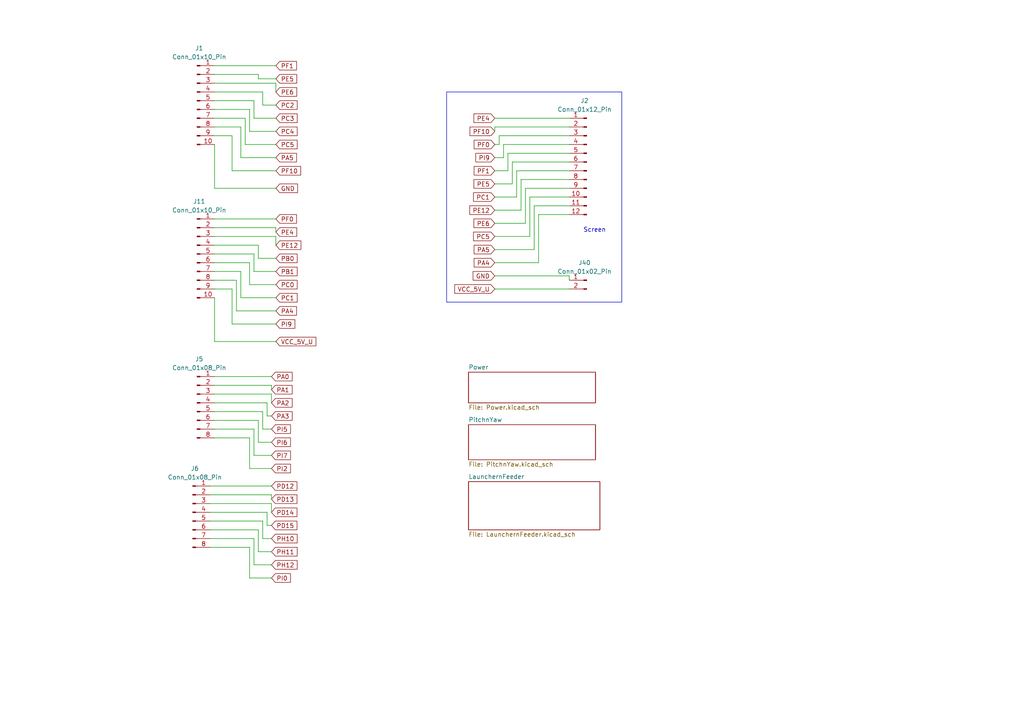
<source format=kicad_sch>
(kicad_sch (version 20250114) (generator "eeschema") (generator_version "9.0")
  (paper "A4")
  (lib_symbols
    (symbol "Connector:Conn_01x02_Pin" (pin_names (offset 1.016) (hide yes))
      (property "Reference" "J" (at 0 2.54 0))
      (property "Value" "Conn_01x02_Pin" (at 0 -5.08 0))
      (symbol "Conn_01x02_Pin_1_1"
        (rectangle (start 0.8636 0.127) (end 0 -0.127) (stroke (width 0.1524)) (fill (type outline)))
        (rectangle (start 0.8636 -2.413) (end 0 -2.667) (stroke (width 0.1524)) (fill (type outline)))
        (polyline (pts (xy 1.27 0) (xy 0.8636 0)) (stroke (width 0.1524)))
        (polyline (pts (xy 1.27 -2.54) (xy 0.8636 -2.54)) (stroke (width 0.1524)))
        (pin passive line (at 5.08 0 180) (length 3.81) (name "Pin_1") (number "1"))
        (pin passive line (at 5.08 -2.54 180) (length 3.81) (name "Pin_2") (number "2"))
      )
    )
    (symbol "Connector:Conn_01x08_Pin" (pin_names (offset 1.016) (hide yes))
      (property "Reference" "J" (at 0 10.16 0))
      (property "Value" "Conn_01x08_Pin" (at 0 -12.7 0))
      (symbol "Conn_01x08_Pin_1_1"
        (rectangle (start 0.8636 7.747) (end 0 7.493) (stroke (width 0.1524)) (fill (type outline)))
        (rectangle (start 0.8636 5.207) (end 0 4.953) (stroke (width 0.1524)) (fill (type outline)))
        (rectangle (start 0.8636 2.667) (end 0 2.413) (stroke (width 0.1524)) (fill (type outline)))
        (rectangle (start 0.8636 0.127) (end 0 -0.127) (stroke (width 0.1524)) (fill (type outline)))
        (rectangle (start 0.8636 -2.413) (end 0 -2.667) (stroke (width 0.1524)) (fill (type outline)))
        (rectangle (start 0.8636 -4.953) (end 0 -5.207) (stroke (width 0.1524)) (fill (type outline)))
        (rectangle (start 0.8636 -7.493) (end 0 -7.747) (stroke (width 0.1524)) (fill (type outline)))
        (rectangle (start 0.8636 -10.033) (end 0 -10.287) (stroke (width 0.1524)) (fill (type outline)))
        (polyline (pts (xy 1.27 7.62) (xy 0.8636 7.62)) (stroke (width 0.1524)))
        (polyline (pts (xy 1.27 5.08) (xy 0.8636 5.08)) (stroke (width 0.1524)))
        (polyline (pts (xy 1.27 2.54) (xy 0.8636 2.54)) (stroke (width 0.1524)))
        (polyline (pts (xy 1.27 0) (xy 0.8636 0)) (stroke (width 0.1524)))
        (polyline (pts (xy 1.27 -2.54) (xy 0.8636 -2.54)) (stroke (width 0.1524)))
        (polyline (pts (xy 1.27 -5.08) (xy 0.8636 -5.08)) (stroke (width 0.1524)))
        (polyline (pts (xy 1.27 -7.62) (xy 0.8636 -7.62)) (stroke (width 0.1524)))
        (polyline (pts (xy 1.27 -10.16) (xy 0.8636 -10.16)) (stroke (width 0.1524)))
        (pin passive line (at 5.08 7.62 180) (length 3.81) (name "Pin_1") (number "1"))
        (pin passive line (at 5.08 5.08 180) (length 3.81) (name "Pin_2") (number "2"))
        (pin passive line (at 5.08 2.54 180) (length 3.81) (name "Pin_3") (number "3"))
        (pin passive line (at 5.08 0 180) (length 3.81) (name "Pin_4") (number "4"))
        (pin passive line (at 5.08 -2.54 180) (length 3.81) (name "Pin_5") (number "5"))
        (pin passive line (at 5.08 -5.08 180) (length 3.81) (name "Pin_6") (number "6"))
        (pin passive line (at 5.08 -7.62 180) (length 3.81) (name "Pin_7") (number "7"))
        (pin passive line (at 5.08 -10.16 180) (length 3.81) (name "Pin_8") (number "8"))
      )
    )
    (symbol "Connector:Conn_01x10_Pin" (pin_names (offset 1.016) (hide yes))
      (property "Reference" "J" (at 0 12.7 0))
      (property "Value" "Conn_01x10_Pin" (at 0 -15.24 0))
      (symbol "Conn_01x10_Pin_1_1"
        (rectangle (start 0.8636 10.287) (end 0 10.033) (stroke (width 0.1524)) (fill (type outline)))
        (rectangle (start 0.8636 7.747) (end 0 7.493) (stroke (width 0.1524)) (fill (type outline)))
        (rectangle (start 0.8636 5.207) (end 0 4.953) (stroke (width 0.1524)) (fill (type outline)))
        (rectangle (start 0.8636 2.667) (end 0 2.413) (stroke (width 0.1524)) (fill (type outline)))
        (rectangle (start 0.8636 0.127) (end 0 -0.127) (stroke (width 0.1524)) (fill (type outline)))
        (rectangle (start 0.8636 -2.413) (end 0 -2.667) (stroke (width 0.1524)) (fill (type outline)))
        (rectangle (start 0.8636 -4.953) (end 0 -5.207) (stroke (width 0.1524)) (fill (type outline)))
        (rectangle (start 0.8636 -7.493) (end 0 -7.747) (stroke (width 0.1524)) (fill (type outline)))
        (rectangle (start 0.8636 -10.033) (end 0 -10.287) (stroke (width 0.1524)) (fill (type outline)))
        (rectangle (start 0.8636 -12.573) (end 0 -12.827) (stroke (width 0.1524)) (fill (type outline)))
        (polyline (pts (xy 1.27 10.16) (xy 0.8636 10.16)) (stroke (width 0.1524)))
        (polyline (pts (xy 1.27 7.62) (xy 0.8636 7.62)) (stroke (width 0.1524)))
        (polyline (pts (xy 1.27 5.08) (xy 0.8636 5.08)) (stroke (width 0.1524)))
        (polyline (pts (xy 1.27 2.54) (xy 0.8636 2.54)) (stroke (width 0.1524)))
        (polyline (pts (xy 1.27 0) (xy 0.8636 0)) (stroke (width 0.1524)))
        (polyline (pts (xy 1.27 -2.54) (xy 0.8636 -2.54)) (stroke (width 0.1524)))
        (polyline (pts (xy 1.27 -5.08) (xy 0.8636 -5.08)) (stroke (width 0.1524)))
        (polyline (pts (xy 1.27 -7.62) (xy 0.8636 -7.62)) (stroke (width 0.1524)))
        (polyline (pts (xy 1.27 -10.16) (xy 0.8636 -10.16)) (stroke (width 0.1524)))
        (polyline (pts (xy 1.27 -12.7) (xy 0.8636 -12.7)) (stroke (width 0.1524)))
        (pin passive line (at 5.08 10.16 180) (length 3.81) (name "Pin_1") (number "1"))
        (pin passive line (at 5.08 7.62 180) (length 3.81) (name "Pin_2") (number "2"))
        (pin passive line (at 5.08 5.08 180) (length 3.81) (name "Pin_3") (number "3"))
        (pin passive line (at 5.08 2.54 180) (length 3.81) (name "Pin_4") (number "4"))
        (pin passive line (at 5.08 0 180) (length 3.81) (name "Pin_5") (number "5"))
        (pin passive line (at 5.08 -2.54 180) (length 3.81) (name "Pin_6") (number "6"))
        (pin passive line (at 5.08 -5.08 180) (length 3.81) (name "Pin_7") (number "7"))
        (pin passive line (at 5.08 -7.62 180) (length 3.81) (name "Pin_8") (number "8"))
        (pin passive line (at 5.08 -10.16 180) (length 3.81) (name "Pin_9") (number "9"))
        (pin passive line (at 5.08 -12.7 180) (length 3.81) (name "Pin_10") (number "10"))
      )
    )
    (symbol "Connector:Conn_01x12_Pin" (pin_names (offset 1.016) (hide yes))
      (property "Reference" "J" (at 0 15.24 0))
      (property "Value" "Conn_01x12_Pin" (at 0 -17.78 0))
      (symbol "Conn_01x12_Pin_1_1"
        (rectangle (start 0.8636 12.827) (end 0 12.573) (stroke (width 0.1524)) (fill (type outline)))
        (rectangle (start 0.8636 10.287) (end 0 10.033) (stroke (width 0.1524)) (fill (type outline)))
        (rectangle (start 0.8636 7.747) (end 0 7.493) (stroke (width 0.1524)) (fill (type outline)))
        (rectangle (start 0.8636 5.207) (end 0 4.953) (stroke (width 0.1524)) (fill (type outline)))
        (rectangle (start 0.8636 2.667) (end 0 2.413) (stroke (width 0.1524)) (fill (type outline)))
        (rectangle (start 0.8636 0.127) (end 0 -0.127) (stroke (width 0.1524)) (fill (type outline)))
        (rectangle (start 0.8636 -2.413) (end 0 -2.667) (stroke (width 0.1524)) (fill (type outline)))
        (rectangle (start 0.8636 -4.953) (end 0 -5.207) (stroke (width 0.1524)) (fill (type outline)))
        (rectangle (start 0.8636 -7.493) (end 0 -7.747) (stroke (width 0.1524)) (fill (type outline)))
        (rectangle (start 0.8636 -10.033) (end 0 -10.287) (stroke (width 0.1524)) (fill (type outline)))
        (rectangle (start 0.8636 -12.573) (end 0 -12.827) (stroke (width 0.1524)) (fill (type outline)))
        (rectangle (start 0.8636 -15.113) (end 0 -15.367) (stroke (width 0.1524)) (fill (type outline)))
        (polyline (pts (xy 1.27 12.7) (xy 0.8636 12.7)) (stroke (width 0.1524)))
        (polyline (pts (xy 1.27 10.16) (xy 0.8636 10.16)) (stroke (width 0.1524)))
        (polyline (pts (xy 1.27 7.62) (xy 0.8636 7.62)) (stroke (width 0.1524)))
        (polyline (pts (xy 1.27 5.08) (xy 0.8636 5.08)) (stroke (width 0.1524)))
        (polyline (pts (xy 1.27 2.54) (xy 0.8636 2.54)) (stroke (width 0.1524)))
        (polyline (pts (xy 1.27 0) (xy 0.8636 0)) (stroke (width 0.1524)))
        (polyline (pts (xy 1.27 -2.54) (xy 0.8636 -2.54)) (stroke (width 0.1524)))
        (polyline (pts (xy 1.27 -5.08) (xy 0.8636 -5.08)) (stroke (width 0.1524)))
        (polyline (pts (xy 1.27 -7.62) (xy 0.8636 -7.62)) (stroke (width 0.1524)))
        (polyline (pts (xy 1.27 -10.16) (xy 0.8636 -10.16)) (stroke (width 0.1524)))
        (polyline (pts (xy 1.27 -12.7) (xy 0.8636 -12.7)) (stroke (width 0.1524)))
        (polyline (pts (xy 1.27 -15.24) (xy 0.8636 -15.24)) (stroke (width 0.1524)))
        (pin passive line (at 5.08 12.7 180) (length 3.81) (name "Pin_1") (number "1"))
        (pin passive line (at 5.08 10.16 180) (length 3.81) (name "Pin_2") (number "2"))
        (pin passive line (at 5.08 7.62 180) (length 3.81) (name "Pin_3") (number "3"))
        (pin passive line (at 5.08 5.08 180) (length 3.81) (name "Pin_4") (number "4"))
        (pin passive line (at 5.08 2.54 180) (length 3.81) (name "Pin_5") (number "5"))
        (pin passive line (at 5.08 0 180) (length 3.81) (name "Pin_6") (number "6"))
        (pin passive line (at 5.08 -2.54 180) (length 3.81) (name "Pin_7") (number "7"))
        (pin passive line (at 5.08 -5.08 180) (length 3.81) (name "Pin_8") (number "8"))
        (pin passive line (at 5.08 -7.62 180) (length 3.81) (name "Pin_9") (number "9"))
        (pin passive line (at 5.08 -10.16 180) (length 3.81) (name "Pin_10") (number "10"))
        (pin passive line (at 5.08 -12.7 180) (length 3.81) (name "Pin_11") (number "11"))
        (pin passive line (at 5.08 -15.24 180) (length 3.81) (name "Pin_12") (number "12"))
      )
    )
  )
  (rectangle (start 129.54 26.67) (end 180.34 87.63))
  (text "Screen" (at 172.466 66.802 0) (effects (font (size 1.27 1.27))))
  (wire (pts (xy 73.66 34.29) (xy 80.01 34.29)))
  (wire (pts (xy 60.96 143.51) (xy 78.74 143.51)))
  (wire (pts (xy 146.05 41.91) (xy 165.1 41.91)))
  (wire (pts (xy 60.96 151.13) (xy 76.2 151.13)))
  (wire (pts (xy 76.2 151.13) (xy 76.2 156.21)))
  (wire (pts (xy 148.59 46.99) (xy 165.1 46.99)))
  (wire (pts (xy 62.23 119.38) (xy 76.2 119.38)))
  (wire (pts (xy 60.96 158.75) (xy 72.39 158.75)))
  (wire (pts (xy 69.85 36.83) (xy 69.85 45.72)))
  (wire (pts (xy 143.51 34.29) (xy 165.1 34.29)))
  (wire (pts (xy 74.93 74.93) (xy 80.01 74.93)))
  (wire (pts (xy 76.2 156.21) (xy 78.74 156.21)))
  (wire (pts (xy 67.31 49.53) (xy 80.01 49.53)))
  (wire (pts (xy 77.47 116.84) (xy 77.47 120.65)))
  (wire (pts (xy 144.78 41.91) (xy 144.78 39.37)))
  (wire (pts (xy 62.23 109.22) (xy 78.74 109.22)))
  (wire (pts (xy 67.31 83.82) (xy 67.31 93.98)))
  (wire (pts (xy 62.23 21.59) (xy 74.93 21.59)))
  (wire (pts (xy 62.23 116.84) (xy 77.47 116.84)))
  (wire (pts (xy 143.51 60.96) (xy 151.13 60.96)))
  (wire (pts (xy 62.23 24.13) (xy 80.01 24.13)))
  (wire (pts (xy 76.2 26.67) (xy 76.2 30.48)))
  (wire (pts (xy 72.39 76.2) (xy 72.39 82.55)))
  (wire (pts (xy 73.66 124.46) (xy 73.66 132.08)))
  (wire (pts (xy 156.21 76.2) (xy 156.21 62.23)))
  (wire (pts (xy 72.39 158.75) (xy 72.39 167.64)))
  (wire (pts (xy 77.47 152.4) (xy 78.74 152.4)))
  (wire (pts (xy 74.93 121.92) (xy 74.93 128.27)))
  (wire (pts (xy 147.32 44.45) (xy 165.1 44.45)))
  (wire (pts (xy 69.85 86.36) (xy 80.01 86.36)))
  (wire (pts (xy 62.23 36.83) (xy 69.85 36.83)))
  (wire (pts (xy 151.13 52.07) (xy 165.1 52.07)))
  (wire (pts (xy 76.2 30.48) (xy 80.01 30.48)))
  (wire (pts (xy 78.74 143.51) (xy 78.74 144.78)))
  (wire (pts (xy 152.4 64.77) (xy 152.4 54.61)))
  (wire (pts (xy 80.01 68.58) (xy 80.01 71.12)))
  (wire (pts (xy 143.51 53.34) (xy 148.59 53.34)))
  (wire (pts (xy 72.39 167.64) (xy 78.74 167.64)))
  (wire (pts (xy 62.23 68.58) (xy 80.01 68.58)))
  (wire (pts (xy 62.23 127) (xy 72.39 127)))
  (wire (pts (xy 143.51 83.82) (xy 165.1 83.82)))
  (wire (pts (xy 143.51 76.2) (xy 156.21 76.2)))
  (wire (pts (xy 68.58 90.17) (xy 80.01 90.17)))
  (wire (pts (xy 149.86 49.53) (xy 165.1 49.53)))
  (wire (pts (xy 68.58 81.28) (xy 68.58 90.17)))
  (wire (pts (xy 62.23 19.05) (xy 80.01 19.05)))
  (wire (pts (xy 143.51 80.01) (xy 165.1 80.01)))
  (wire (pts (xy 80.01 24.13) (xy 80.01 26.67)))
  (wire (pts (xy 62.23 63.5) (xy 80.01 63.5)))
  (wire (pts (xy 62.23 31.75) (xy 72.39 31.75)))
  (wire (pts (xy 78.74 111.76) (xy 78.74 113.03)))
  (wire (pts (xy 69.85 78.74) (xy 69.85 86.36)))
  (wire (pts (xy 62.23 34.29) (xy 71.12 34.29)))
  (wire (pts (xy 62.23 71.12) (xy 74.93 71.12)))
  (wire (pts (xy 143.51 72.39) (xy 154.94 72.39)))
  (wire (pts (xy 148.59 53.34) (xy 148.59 46.99)))
  (wire (pts (xy 62.23 39.37) (xy 67.31 39.37)))
  (wire (pts (xy 78.74 146.05) (xy 78.74 148.59)))
  (wire (pts (xy 71.12 41.91) (xy 80.01 41.91)))
  (wire (pts (xy 62.23 66.04) (xy 80.01 66.04)))
  (wire (pts (xy 149.86 57.15) (xy 149.86 49.53)))
  (wire (pts (xy 153.67 68.58) (xy 153.67 57.15)))
  (wire (pts (xy 72.39 82.55) (xy 80.01 82.55)))
  (wire (pts (xy 62.23 54.61) (xy 80.01 54.61)))
  (wire (pts (xy 62.23 76.2) (xy 72.39 76.2)))
  (wire (pts (xy 62.23 54.61) (xy 62.23 41.91)))
  (wire (pts (xy 143.51 36.83) (xy 165.1 36.83)))
  (wire (pts (xy 78.74 114.3) (xy 78.74 116.84)))
  (wire (pts (xy 152.4 54.61) (xy 165.1 54.61)))
  (wire (pts (xy 62.23 73.66) (xy 73.66 73.66)))
  (wire (pts (xy 77.47 148.59) (xy 77.47 152.4)))
  (wire (pts (xy 72.39 135.89) (xy 78.74 135.89)))
  (wire (pts (xy 165.1 80.01) (xy 165.1 81.28)))
  (wire (pts (xy 72.39 38.1) (xy 80.01 38.1)))
  (wire (pts (xy 80.01 66.04) (xy 80.01 67.31)))
  (wire (pts (xy 62.23 29.21) (xy 73.66 29.21)))
  (wire (pts (xy 143.51 49.53) (xy 147.32 49.53)))
  (wire (pts (xy 62.23 99.06) (xy 62.23 86.36)))
  (wire (pts (xy 76.2 119.38) (xy 76.2 124.46)))
  (wire (pts (xy 146.05 45.72) (xy 146.05 41.91)))
  (wire (pts (xy 69.85 45.72) (xy 80.01 45.72)))
  (wire (pts (xy 67.31 39.37) (xy 67.31 49.53)))
  (wire (pts (xy 62.23 111.76) (xy 78.74 111.76)))
  (wire (pts (xy 60.96 148.59) (xy 77.47 148.59)))
  (wire (pts (xy 76.2 124.46) (xy 78.74 124.46)))
  (wire (pts (xy 143.51 45.72) (xy 146.05 45.72)))
  (wire (pts (xy 74.93 153.67) (xy 74.93 160.02)))
  (wire (pts (xy 143.51 68.58) (xy 153.67 68.58)))
  (wire (pts (xy 62.23 99.06) (xy 80.01 99.06)))
  (wire (pts (xy 154.94 59.69) (xy 165.1 59.69)))
  (wire (pts (xy 74.93 71.12) (xy 74.93 74.93)))
  (wire (pts (xy 62.23 124.46) (xy 73.66 124.46)))
  (wire (pts (xy 73.66 156.21) (xy 73.66 163.83)))
  (wire (pts (xy 143.51 36.83) (xy 143.51 38.1)))
  (wire (pts (xy 74.93 22.86) (xy 74.93 21.59)))
  (wire (pts (xy 73.66 163.83) (xy 78.74 163.83)))
  (wire (pts (xy 151.13 60.96) (xy 151.13 52.07)))
  (wire (pts (xy 60.96 156.21) (xy 73.66 156.21)))
  (wire (pts (xy 73.66 78.74) (xy 80.01 78.74)))
  (wire (pts (xy 60.96 153.67) (xy 74.93 153.67)))
  (wire (pts (xy 60.96 146.05) (xy 78.74 146.05)))
  (wire (pts (xy 62.23 121.92) (xy 74.93 121.92)))
  (wire (pts (xy 71.12 34.29) (xy 71.12 41.91)))
  (wire (pts (xy 156.21 62.23) (xy 165.1 62.23)))
  (wire (pts (xy 62.23 81.28) (xy 68.58 81.28)))
  (wire (pts (xy 74.93 128.27) (xy 78.74 128.27)))
  (wire (pts (xy 147.32 49.53) (xy 147.32 44.45)))
  (wire (pts (xy 62.23 83.82) (xy 67.31 83.82)))
  (wire (pts (xy 143.51 41.91) (xy 144.78 41.91)))
  (wire (pts (xy 62.23 26.67) (xy 76.2 26.67)))
  (wire (pts (xy 60.96 140.97) (xy 78.74 140.97)))
  (wire (pts (xy 67.31 93.98) (xy 80.01 93.98)))
  (wire (pts (xy 74.93 22.86) (xy 80.01 22.86)))
  (wire (pts (xy 72.39 31.75) (xy 72.39 38.1)))
  (wire (pts (xy 73.66 73.66) (xy 73.66 78.74)))
  (wire (pts (xy 62.23 114.3) (xy 78.74 114.3)))
  (wire (pts (xy 73.66 132.08) (xy 78.74 132.08)))
  (wire (pts (xy 72.39 127) (xy 72.39 135.89)))
  (wire (pts (xy 62.23 78.74) (xy 69.85 78.74)))
  (wire (pts (xy 143.51 57.15) (xy 149.86 57.15)))
  (wire (pts (xy 153.67 57.15) (xy 165.1 57.15)))
  (wire (pts (xy 73.66 29.21) (xy 73.66 34.29)))
  (wire (pts (xy 74.93 160.02) (xy 78.74 160.02)))
  (wire (pts (xy 154.94 72.39) (xy 154.94 59.69)))
  (wire (pts (xy 144.78 39.37) (xy 165.1 39.37)))
  (wire (pts (xy 143.51 64.77) (xy 152.4 64.77)))
  (wire (pts (xy 77.47 120.65) (xy 78.74 120.65)))
  (global_label "PE12" (shape input) (at 80.01 71.12 0) (property "Intersheetrefs" "${INTERSHEET_REFS}" (effects (hide yes))))
  (global_label "PC3" (shape input) (at 80.01 34.29 0) (property "Intersheetrefs" "${INTERSHEET_REFS}" (effects (hide yes))))
  (global_label "PC2" (shape input) (at 80.01 30.48 0) (property "Intersheetrefs" "${INTERSHEET_REFS}" (effects (hide yes))))
  (global_label "PA5" (shape input) (at 143.51 72.39 180) (property "Intersheetrefs" "${INTERSHEET_REFS}" (effects (hide yes))))
  (global_label "PA0" (shape input) (at 78.74 109.22 0) (property "Intersheetrefs" "${INTERSHEET_REFS}" (effects (hide yes))))
  (global_label "PC5" (shape input) (at 80.01 41.91 0) (property "Intersheetrefs" "${INTERSHEET_REFS}" (effects (hide yes))))
  (global_label "PC5" (shape input) (at 143.51 68.58 180) (property "Intersheetrefs" "${INTERSHEET_REFS}" (effects (hide yes))))
  (global_label "PE6" (shape input) (at 80.01 26.67 0) (property "Intersheetrefs" "${INTERSHEET_REFS}" (effects (hide yes))))
  (global_label "PF10" (shape input) (at 80.01 49.53 0) (property "Intersheetrefs" "${INTERSHEET_REFS}" (effects (hide yes))))
  (global_label "PB1" (shape input) (at 80.01 78.74 0) (property "Intersheetrefs" "${INTERSHEET_REFS}" (effects (hide yes))))
  (global_label "PA4" (shape input) (at 80.01 90.17 0) (property "Intersheetrefs" "${INTERSHEET_REFS}" (effects (hide yes))))
  (global_label "PA3" (shape input) (at 78.74 120.65 0) (property "Intersheetrefs" "${INTERSHEET_REFS}" (effects (hide yes))))
  (global_label "PE12" (shape input) (at 143.51 60.96 180) (property "Intersheetrefs" "${INTERSHEET_REFS}" (effects (hide yes))))
  (global_label "PA1" (shape input) (at 78.74 113.03 0) (property "Intersheetrefs" "${INTERSHEET_REFS}" (effects (hide yes))))
  (global_label "PI5" (shape input) (at 78.74 124.46 0) (property "Intersheetrefs" "${INTERSHEET_REFS}" (effects (hide yes))))
  (global_label "PD15" (shape input) (at 78.74 152.4 0) (property "Intersheetrefs" "${INTERSHEET_REFS}" (effects (hide yes))))
  (global_label "PE5" (shape input) (at 80.01 22.86 0) (property "Intersheetrefs" "${INTERSHEET_REFS}" (effects (hide yes))))
  (global_label "PD12" (shape input) (at 78.74 140.97 0) (property "Intersheetrefs" "${INTERSHEET_REFS}" (effects (hide yes))))
  (global_label "PI9" (shape input) (at 143.51 45.72 180) (property "Intersheetrefs" "${INTERSHEET_REFS}" (effects (hide yes))))
  (global_label "VCC_5V_U" (shape input) (at 143.51 83.82 180) (property "Intersheetrefs" "${INTERSHEET_REFS}" (effects (hide yes))))
  (global_label "PC0" (shape input) (at 80.01 82.55 0) (property "Intersheetrefs" "${INTERSHEET_REFS}" (effects (hide yes))))
  (global_label "PH10" (shape input) (at 78.74 156.21 0) (property "Intersheetrefs" "${INTERSHEET_REFS}" (effects (hide yes))))
  (global_label "GND" (shape input) (at 143.51 80.01 180) (property "Intersheetrefs" "${INTERSHEET_REFS}" (effects (hide yes))))
  (global_label "PB0" (shape input) (at 80.01 74.93 0) (property "Intersheetrefs" "${INTERSHEET_REFS}" (effects (hide yes))))
  (global_label "PC1" (shape input) (at 80.01 86.36 0) (property "Intersheetrefs" "${INTERSHEET_REFS}" (effects (hide yes))))
  (global_label "PE4" (shape input) (at 143.51 34.29 180) (property "Intersheetrefs" "${INTERSHEET_REFS}" (effects (hide yes))))
  (global_label "PF10" (shape input) (at 143.51 38.1 180) (property "Intersheetrefs" "${INTERSHEET_REFS}" (effects (hide yes))))
  (global_label "PH11" (shape input) (at 78.74 160.02 0) (property "Intersheetrefs" "${INTERSHEET_REFS}" (effects (hide yes))))
  (global_label "PF1" (shape input) (at 143.51 49.53 180) (property "Intersheetrefs" "${INTERSHEET_REFS}" (effects (hide yes))))
  (global_label "PE5" (shape input) (at 143.51 53.34 180) (property "Intersheetrefs" "${INTERSHEET_REFS}" (effects (hide yes))))
  (global_label "PI7" (shape input) (at 78.74 132.08 0) (property "Intersheetrefs" "${INTERSHEET_REFS}" (effects (hide yes))))
  (global_label "PI0" (shape input) (at 78.74 167.64 0) (property "Intersheetrefs" "${INTERSHEET_REFS}" (effects (hide yes))))
  (global_label "PH12" (shape input) (at 78.74 163.83 0) (property "Intersheetrefs" "${INTERSHEET_REFS}" (effects (hide yes))))
  (global_label "PE4" (shape input) (at 80.01 67.31 0) (property "Intersheetrefs" "${INTERSHEET_REFS}" (effects (hide yes))))
  (global_label "PD14" (shape input) (at 78.74 148.59 0) (property "Intersheetrefs" "${INTERSHEET_REFS}" (effects (hide yes))))
  (global_label "PC1" (shape input) (at 143.51 57.15 180) (property "Intersheetrefs" "${INTERSHEET_REFS}" (effects (hide yes))))
  (global_label "PI9" (shape input) (at 80.01 93.98 0) (property "Intersheetrefs" "${INTERSHEET_REFS}" (effects (hide yes))))
  (global_label "PA2" (shape input) (at 78.74 116.84 0) (property "Intersheetrefs" "${INTERSHEET_REFS}" (effects (hide yes))))
  (global_label "PD13" (shape input) (at 78.74 144.78 0) (property "Intersheetrefs" "${INTERSHEET_REFS}" (effects (hide yes))))
  (global_label "PA5" (shape input) (at 80.01 45.72 0) (property "Intersheetrefs" "${INTERSHEET_REFS}" (effects (hide yes))))
  (global_label "PF1" (shape input) (at 80.01 19.05 0) (property "Intersheetrefs" "${INTERSHEET_REFS}" (effects (hide yes))))
  (global_label "GND" (shape input) (at 80.01 54.61 0) (property "Intersheetrefs" "${INTERSHEET_REFS}" (effects (hide yes))))
  (global_label "PI6" (shape input) (at 78.74 128.27 0) (property "Intersheetrefs" "${INTERSHEET_REFS}" (effects (hide yes))))
  (global_label "PE6" (shape input) (at 143.51 64.77 180) (property "Intersheetrefs" "${INTERSHEET_REFS}" (effects (hide yes))))
  (global_label "PF0" (shape input) (at 80.01 63.5 0) (property "Intersheetrefs" "${INTERSHEET_REFS}" (effects (hide yes))))
  (global_label "PA4" (shape input) (at 143.51 76.2 180) (property "Intersheetrefs" "${INTERSHEET_REFS}" (effects (hide yes))))
  (global_label "PC4" (shape input) (at 80.01 38.1 0) (property "Intersheetrefs" "${INTERSHEET_REFS}" (effects (hide yes))))
  (global_label "VCC_5V_U" (shape input) (at 80.01 99.06 0) (property "Intersheetrefs" "${INTERSHEET_REFS}" (effects (hide yes))))
  (global_label "PI2" (shape input) (at 78.74 135.89 0) (property "Intersheetrefs" "${INTERSHEET_REFS}" (effects (hide yes))))
  (global_label "PF0" (shape input) (at 143.51 41.91 180) (property "Intersheetrefs" "${INTERSHEET_REFS}" (effects (hide yes))))
  (symbol (lib_id "Connector:Conn_01x02_Pin") (at 170.18 81.28 0) (mirror y) (unit 1)
    (property "Reference" "J40" (at 169.545 76.2 0))
    (property "Value" "Conn_01x02_Pin" (at 169.545 78.74 0))
    (property "Footprint" "Connector_PinHeader_2.54mm:PinHeader_1x02_P2.54mm_Vertical" (effects (hide yes)))
    (property "Description" "Generic connector, single row, 01x02, script generated" (effects (hide yes)))
  )
  (symbol (lib_id "Connector:Conn_01x10_Pin") (at 57.15 73.66 0) (unit 1)
    (property "Reference" "J11" (at 57.785 58.42 0))
    (property "Value" "Conn_01x10_Pin" (at 57.785 60.96 0))
    (property "Footprint" "Connector_PinHeader_2.54mm:PinHeader_1x10_P2.54mm_Vertical" (effects (hide yes)))
    (property "Description" "Generic connector, single row, 01x10, script generated" (effects (hide yes)))
  )
  (symbol (lib_id "Connector:Conn_01x08_Pin") (at 55.88 148.59 0) (unit 1)
    (property "Reference" "J6" (at 56.515 135.89 0))
    (property "Value" "Conn_01x08_Pin" (at 56.515 138.43 0))
    (property "Footprint" "Connector_PinHeader_2.54mm:PinHeader_1x08_P2.54mm_Vertical" (effects (hide yes)))
    (property "Description" "Generic connector, single row, 01x08, script generated" (effects (hide yes)))
  )
  (symbol (lib_id "Connector:Conn_01x12_Pin") (at 170.18 46.99 0) (mirror y) (unit 1)
    (property "Reference" "J2" (at 169.545 29.21 0))
    (property "Value" "Conn_01x12_Pin" (at 169.545 31.75 0))
    (property "Footprint" "Connector_PinHeader_2.54mm:PinHeader_1x12_P2.54mm_Vertical" (effects (hide yes)))
    (property "Description" "Generic connector, single row, 01x12, script generated" (effects (hide yes)))
  )
  (symbol (lib_id "Connector:Conn_01x10_Pin") (at 57.15 29.21 0) (unit 1)
    (property "Reference" "J1" (at 57.785 13.97 0))
    (property "Value" "Conn_01x10_Pin" (at 57.785 16.51 0))
    (property "Footprint" "Connector_PinHeader_2.54mm:PinHeader_1x10_P2.54mm_Vertical" (effects (hide yes)))
    (property "Description" "Generic connector, single row, 01x10, script generated" (effects (hide yes)))
  )
  (symbol (lib_id "Connector:Conn_01x08_Pin") (at 57.15 116.84 0) (unit 1)
    (property "Reference" "J5" (at 57.785 104.14 0))
    (property "Value" "Conn_01x08_Pin" (at 57.785 106.68 0))
    (property "Footprint" "Connector_PinHeader_2.54mm:PinHeader_1x08_P2.54mm_Vertical" (effects (hide yes)))
    (property "Description" "Generic connector, single row, 01x08, script generated" (effects (hide yes)))
  )
  (sheet (at 135.89 139.7) (size 38.1 13.97) (stroke (width 0.1524))
    (property "Sheetname" "LaunchernFeeder" (at 135.89 138.9884 0) (effects (justify left bottom)))
    (property "Sheetfile" "LaunchernFeeder.kicad_sch" (at 135.89 154.2546 0) (effects (justify left top)))
  )
  (sheet (at 135.89 123.19) (size 36.83 10.16) (stroke (width 0.1524))
    (property "Sheetname" "PitchnYaw" (at 135.89 122.4784 0) (effects (justify left bottom)))
    (property "Sheetfile" "PitchnYaw.kicad_sch" (at 135.89 133.9346 0) (effects (justify left top)))
  )
  (sheet (at 135.89 107.95) (size 36.83 8.89) (stroke (width 0.1524))
    (property "Sheetname" "Power" (at 135.89 107.2384 0) (effects (justify left bottom)))
    (property "Sheetfile" "Power.kicad_sch" (at 135.89 117.4246 0) (effects (justify left top)))
  )
)
</source>
